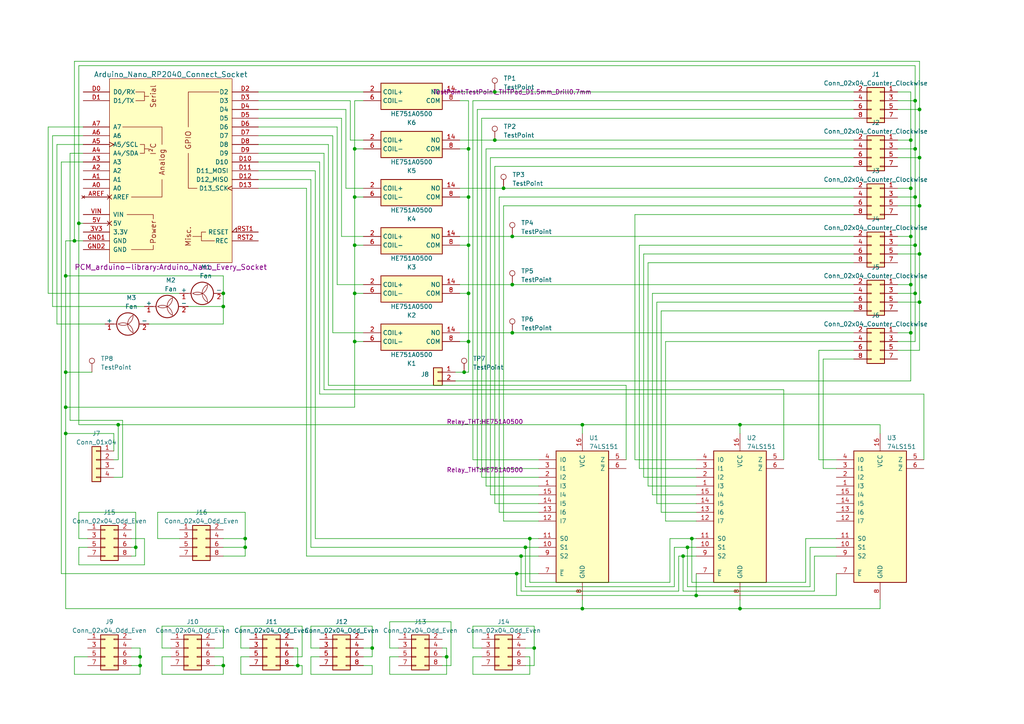
<source format=kicad_sch>
(kicad_sch (version 20230121) (generator eeschema)
  (paper "A4")
  (lib_symbols
    (symbol "74xx:74LS151" (pin_names (offset 1.016))
      (property "Reference" "U" (at -7.62 19.05 0))
      (property "Value" "74LS151" (at -7.62 -21.59 0))
      (symbol "74LS151_1_0"
        (pin input line (at -12.7 7.62 0) (length 5.08) (name "I3") (number "1"))
        (pin input line (at -12.7 -10.16 0) (length 5.08) (name "S1") (number "10"))
        (pin input line (at -12.7 -7.62 0) (length 5.08) (name "S0") (number "11"))
        (pin input line (at -12.7 -2.54 0) (length 5.08) (name "I7") (number "12"))
        (pin input line (at -12.7 0 0) (length 5.08) (name "I6") (number "13"))
        (pin input line (at -12.7 2.54 0) (length 5.08) (name "I5") (number "14"))
        (pin input line (at -12.7 5.08 0) (length 5.08) (name "I4") (number "15"))
        (pin power_in line (at 0 22.86 270) (length 5.08) (name "VCC") (number "16"))
        (pin input line (at -12.7 10.16 0) (length 5.08) (name "I2") (number "2"))
        (pin input line (at -12.7 12.7 0) (length 5.08) (name "I1") (number "3"))
        (pin input line (at -12.7 15.24 0) (length 5.08) (name "I0") (number "4"))
        (pin output line (at 12.7 15.24 180) (length 5.08) (name "Z") (number "5"))
        (pin output line (at 12.7 12.7 180) (length 5.08) (name "~{Z}") (number "6"))
        (pin input line (at -12.7 -17.78 0) (length 5.08) (name "~{E}") (number "7"))
        (pin power_in line (at 0 -25.4 90) (length 5.08) (name "GND") (number "8"))
        (pin input line (at -12.7 -12.7 0) (length 5.08) (name "S2") (number "9"))
      )
      (symbol "74LS151_1_1"
        (rectangle (start -7.62 17.78) (end 7.62 -20.32) (stroke (width 0.254)) (fill (type background)))
      )
    )
    (symbol "Connector:TestPoint" (pin_numbers hide) (pin_names (offset 0.762) hide)
      (property "Reference" "TP" (at 0 6.858 0))
      (property "Value" "TestPoint" (at 0 5.08 0))
      (symbol "TestPoint_0_1"
        (circle (center 0 3.302) (radius 0.762))
      )
      (symbol "TestPoint_1_1"
        (pin passive line (at 0 0 90) (length 2.54) (name "1") (number "1"))
      )
    )
    (symbol "Connector_Generic:Conn_01x02" (pin_names (offset 1.016) hide)
      (property "Reference" "J" (at 0 2.54 0))
      (property "Value" "Conn_01x02" (at 0 -5.08 0))
      (symbol "Conn_01x02_1_1"
        (rectangle (start -1.27 -2.413) (end 0 -2.667) (stroke (width 0.1524)))
        (rectangle (start -1.27 0.127) (end 0 -0.127) (stroke (width 0.1524)))
        (rectangle (start -1.27 1.27) (end 1.27 -3.81) (stroke (width 0.254)) (fill (type background)))
        (pin passive line (at -5.08 0 0) (length 3.81) (name "Pin_1") (number "1"))
        (pin passive line (at -5.08 -2.54 0) (length 3.81) (name "Pin_2") (number "2"))
      )
    )
    (symbol "Connector_Generic:Conn_01x04" (pin_names (offset 1.016) hide)
      (property "Reference" "J" (at 0 5.08 0))
      (property "Value" "Conn_01x04" (at 0 -7.62 0))
      (symbol "Conn_01x04_1_1"
        (rectangle (start -1.27 -4.953) (end 0 -5.207) (stroke (width 0.1524)))
        (rectangle (start -1.27 -2.413) (end 0 -2.667) (stroke (width 0.1524)))
        (rectangle (start -1.27 0.127) (end 0 -0.127) (stroke (width 0.1524)))
        (rectangle (start -1.27 2.667) (end 0 2.413) (stroke (width 0.1524)))
        (rectangle (start -1.27 3.81) (end 1.27 -6.35) (stroke (width 0.254)) (fill (type background)))
        (pin passive line (at -5.08 2.54 0) (length 3.81) (name "Pin_1") (number "1"))
        (pin passive line (at -5.08 0 0) (length 3.81) (name "Pin_2") (number "2"))
        (pin passive line (at -5.08 -2.54 0) (length 3.81) (name "Pin_3") (number "3"))
        (pin passive line (at -5.08 -5.08 0) (length 3.81) (name "Pin_4") (number "4"))
      )
    )
    (symbol "Connector_Generic:Conn_02x04_Odd_Even" (pin_names (offset 1.016) hide)
      (property "Reference" "J" (at 1.27 5.08 0))
      (property "Value" "Conn_02x04_Odd_Even" (at 1.27 -7.62 0))
      (symbol "Conn_02x04_Odd_Even_1_1"
        (rectangle (start -1.27 -4.953) (end 0 -5.207) (stroke (width 0.1524)))
        (rectangle (start -1.27 -2.413) (end 0 -2.667) (stroke (width 0.1524)))
        (rectangle (start -1.27 0.127) (end 0 -0.127) (stroke (width 0.1524)))
        (rectangle (start -1.27 2.667) (end 0 2.413) (stroke (width 0.1524)))
        (rectangle (start -1.27 3.81) (end 3.81 -6.35) (stroke (width 0.254)) (fill (type background)))
        (rectangle (start 3.81 -4.953) (end 2.54 -5.207) (stroke (width 0.1524)))
        (rectangle (start 3.81 -2.413) (end 2.54 -2.667) (stroke (width 0.1524)))
        (rectangle (start 3.81 0.127) (end 2.54 -0.127) (stroke (width 0.1524)))
        (rectangle (start 3.81 2.667) (end 2.54 2.413) (stroke (width 0.1524)))
        (pin passive line (at -5.08 2.54 0) (length 3.81) (name "Pin_1") (number "1"))
        (pin passive line (at 7.62 2.54 180) (length 3.81) (name "Pin_2") (number "2"))
        (pin passive line (at -5.08 0 0) (length 3.81) (name "Pin_3") (number "3"))
        (pin passive line (at 7.62 0 180) (length 3.81) (name "Pin_4") (number "4"))
        (pin passive line (at -5.08 -2.54 0) (length 3.81) (name "Pin_5") (number "5"))
        (pin passive line (at 7.62 -2.54 180) (length 3.81) (name "Pin_6") (number "6"))
        (pin passive line (at -5.08 -5.08 0) (length 3.81) (name "Pin_7") (number "7"))
        (pin passive line (at 7.62 -5.08 180) (length 3.81) (name "Pin_8") (number "8"))
      )
    )
    (symbol "Motor:Fan" (pin_names (offset 0))
      (property "Reference" "M" (at 2.54 5.08 0))
      (property "Value" "Fan" (at 2.54 -2.54 0))
      (symbol "Fan_0_1"
        (arc (start -2.54 -0.508) (mid 0.0028 0.9121) (end 0 3.81))
        (polyline (pts (xy 0 -5.08) (xy 0 -4.572)))
        (polyline (pts (xy 0 -2.2352) (xy 0 -2.6416)))
        (polyline (pts (xy 0 4.2672) (xy 0 4.6228)))
        (polyline (pts (xy 0 4.572) (xy 0 5.08)))
        (circle (center 0 1.016) (radius 3.2512) (stroke (width 0.254)))
        (arc (start 0 3.81) (mid 0.053 0.921) (end 2.54 -0.508))
        (arc (start 2.54 -0.508) (mid 0 1.0618) (end -2.54 -0.508))
      )
      (symbol "Fan_1_1"
        (pin passive line (at 0 7.62 270) (length 2.54) (name "+") (number "1"))
        (pin passive line (at 0 -5.08 90) (length 2.54) (name "-") (number "2"))
      )
    )
    (symbol "PCM_arduino-library:Arduino_Nano_RP2040_Connect_Socket" (pin_names (offset 1.016))
      (property "Value" "Arduino_Nano_RP2040_Connect_Socket" (at 0 27.94 0))
      (property "Footprint" "PCM_arduino-library:Arduino_Nano_Every_Socket" (at 0 -27.94 0))
      (symbol "Arduino_Nano_RP2040_Connect_Socket_0_0"
        (rectangle (start -17.78 26.67) (end 17.78 -26.67) (fill (type background)))
        (polyline (pts (xy -7.62 6.35) (xy -6.35 6.35)))
        (polyline (pts (xy -7.62 21.59) (xy -6.35 21.59)))
        (polyline (pts (xy 8.89 -19.05) (xy 6.35 -19.05)))
        (polyline (pts (xy -11.43 -22.86) (xy -5.08 -22.86) (xy -5.08 -21.59)))
        (polyline (pts (xy -5.08 -13.97) (xy -5.08 -12.7) (xy -12.7 -12.7)))
        (polyline (pts (xy -10.16 22.86) (xy -7.62 22.86) (xy -7.62 20.32) (xy -10.16 20.32)))
        (polyline (pts (xy -8.89 7.62) (xy -7.62 7.62) (xy -7.62 5.08) (xy -8.89 5.08)))
        (text "Analog" (at -2.54 2.54 900) (effects (font (size 1.524 1.524))))
        (text "I²C" (at -5.08 6.35 900) (effects (font (size 1.524 1.524))))
        (text "Misc." (at 5.08 -19.05 900) (effects (font (size 1.524 1.524))))
        (text "Power" (at -5.08 -17.78 900) (effects (font (size 1.524 1.524))))
        (text "Serial" (at -5.08 21.59 900) (effects (font (size 1.524 1.524))))
      )
      (symbol "Arduino_Nano_RP2040_Connect_Socket_0_1"
        (polyline (pts (xy -13.97 12.7) (xy -2.54 12.7) (xy -2.54 7.62)))
        (polyline (pts (xy -11.43 -7.62) (xy -2.54 -7.62) (xy -2.54 -2.54)))
        (polyline (pts (xy 7.62 -5.08) (xy 5.08 -5.08) (xy 5.08 5.08)))
        (polyline (pts (xy 13.97 22.86) (xy 5.08 22.86) (xy 5.08 12.7)))
        (polyline (pts (xy 10.16 -17.78) (xy 8.89 -17.78) (xy 8.89 -20.32) (xy 12.7 -20.32)))
      )
      (symbol "Arduino_Nano_RP2040_Connect_Socket_1_0"
        (text "GPIO" (at 5.08 8.89 900) (effects (font (size 1.524 1.524))))
      )
      (symbol "Arduino_Nano_RP2040_Connect_Socket_1_1"
        (pin power_in line (at -25.4 -17.78 0) (length 7.62) (name "3.3V") (number "3V3"))
        (pin power_out non_logic (at -25.4 -15.24 0) (length 7.62) (name "5V") (number "5V"))
        (pin bidirectional line (at -25.4 -5.08 0) (length 7.62) (name "A0") (number "A0"))
        (pin bidirectional line (at -25.4 -2.54 0) (length 7.62) (name "A1") (number "A1"))
        (pin bidirectional line (at -25.4 0 0) (length 7.62) (name "A2") (number "A2"))
        (pin bidirectional line (at -25.4 2.54 0) (length 7.62) (name "A3") (number "A3"))
        (pin bidirectional line (at -25.4 5.08 0) (length 7.62) (name "A4/SDA") (number "A4"))
        (pin bidirectional clock (at -25.4 7.62 0) (length 7.62) (name "A5/SCL") (number "A5"))
        (pin input line (at -25.4 10.16 0) (length 7.62) (name "A6") (number "A6"))
        (pin input line (at -25.4 12.7 0) (length 7.62) (name "A7") (number "A7"))
        (pin no_connect non_logic (at -25.4 -7.62 0) (length 7.62) (name "AREF") (number "AREF"))
        (pin bidirectional line (at -25.4 22.86 0) (length 7.62) (name "D0/RX") (number "D0"))
        (pin bidirectional line (at -25.4 20.32 0) (length 7.62) (name "D1/TX") (number "D1"))
        (pin bidirectional line (at 25.4 2.54 180) (length 7.62) (name "D10") (number "D10"))
        (pin bidirectional line (at 25.4 0 180) (length 7.62) (name "D11_MOSI") (number "D11"))
        (pin bidirectional line (at 25.4 -2.54 180) (length 7.62) (name "D12_MISO") (number "D12"))
        (pin bidirectional clock (at 25.4 -5.08 180) (length 7.62) (name "D13_SCK") (number "D13"))
        (pin bidirectional line (at 25.4 22.86 180) (length 7.62) (name "D2") (number "D2"))
        (pin bidirectional line (at 25.4 20.32 180) (length 7.62) (name "D3") (number "D3"))
        (pin bidirectional line (at 25.4 17.78 180) (length 7.62) (name "D4") (number "D4"))
        (pin bidirectional line (at 25.4 15.24 180) (length 7.62) (name "D5") (number "D5"))
        (pin bidirectional line (at 25.4 12.7 180) (length 7.62) (name "D6") (number "D6"))
        (pin bidirectional line (at 25.4 10.16 180) (length 7.62) (name "D7") (number "D7"))
        (pin bidirectional line (at 25.4 7.62 180) (length 7.62) (name "D8") (number "D8"))
        (pin bidirectional line (at 25.4 5.08 180) (length 7.62) (name "D9") (number "D9"))
        (pin power_in line (at -25.4 -20.32 0) (length 7.62) (name "GND") (number "GND1"))
        (pin power_in line (at -25.4 -22.86 0) (length 7.62) (name "GND") (number "GND2"))
        (pin open_collector input_low (at 25.4 -17.78 180) (length 7.62) (name "RESET") (number "RST1"))
        (pin bidirectional line (at 25.4 -20.32 180) (length 7.62) (name "REC") (number "RST2"))
        (pin power_in line (at -25.4 -12.7 0) (length 7.62) (name "VIN") (number "VIN"))
      )
    )
    (symbol "Relay:HE751A0500"
      (property "Reference" "K" (at 24.13 7.62 0))
      (property "Value" "HE751A0500" (at 24.13 5.08 0))
      (symbol "HE751A0500_1_1"
        (rectangle (start 5.08 2.54) (end 22.86 -5.08) (stroke (width 0.254)) (fill (type background)))
        (pin passive line (at 27.94 0 180) (length 5.08) (name "NO") (number "14"))
        (pin passive line (at 0 0 0) (length 5.08) (name "COIL+") (number "2"))
        (pin passive line (at 0 -2.54 0) (length 5.08) (name "COIL-") (number "6"))
        (pin passive line (at 27.94 -2.54 180) (length 5.08) (name "COM") (number "8"))
      )
    )
  )
  (junction (at 200.66 156.21))
  (junction (at 151.13 161.29))
  (junction (at 71.12 156.21))
  (junction (at 64.77 88.9))
  (junction (at 148.59 82.55))
  (junction (at 64.77 193.04))
  (junction (at 265.43 71.12))
  (junction (at 102.87 71.12))
  (junction (at 146.05 54.61))
  (junction (at 40.64 193.04))
  (junction (at 64.77 85.09))
  (junction (at 198.12 161.29))
  (junction (at 266.7 45.72))
  (junction (at 266.7 59.69))
  (junction (at 102.87 99.06))
  (junction (at 264.16 54.61))
  (junction (at 22.86 64.77))
  (junction (at 71.12 158.75))
  (junction (at 40.64 190.5))
  (junction (at 214.63 176.53))
  (junction (at 134.62 107.95))
  (junction (at 266.7 87.63))
  (junction (at 19.05 125.73))
  (junction (at 264.16 40.64))
  (junction (at 148.59 68.58))
  (junction (at 102.87 57.15))
  (junction (at 102.87 43.18))
  (junction (at 266.7 73.66))
  (junction (at 265.43 29.21))
  (junction (at 107.95 187.96))
  (junction (at 86.36 193.04))
  (junction (at 153.67 156.21))
  (junction (at 19.05 118.11))
  (junction (at 129.54 190.5))
  (junction (at 19.05 107.95))
  (junction (at 214.63 123.19))
  (junction (at 135.89 57.15))
  (junction (at 39.37 158.75))
  (junction (at 264.16 96.52))
  (junction (at 201.93 172.72))
  (junction (at 135.89 71.12))
  (junction (at 148.59 96.52))
  (junction (at 264.16 68.58))
  (junction (at 149.86 166.37))
  (junction (at 34.29 123.19))
  (junction (at 265.43 43.18))
  (junction (at 264.16 82.55))
  (junction (at 168.91 176.53))
  (junction (at 154.94 187.96))
  (junction (at 199.39 158.75))
  (junction (at 152.4 158.75))
  (junction (at 265.43 57.15))
  (junction (at 143.51 40.64))
  (junction (at 102.87 85.09))
  (junction (at 143.51 26.67))
  (junction (at 168.91 123.19))
  (junction (at 21.59 69.85))
  (junction (at 266.7 31.75))
  (junction (at 135.89 85.09))
  (junction (at 19.05 80.01))
  (junction (at 265.43 85.09))
  (junction (at 135.89 43.18))
  (junction (at 135.89 99.06))
  (wire (pts (xy 113.03 180.34) (xy 113.03 187.96)))
  (wire (pts (xy 139.7 34.29) (xy 139.7 138.43)))
  (wire (pts (xy 34.29 123.19) (xy 168.91 123.19)))
  (wire (pts (xy 71.12 156.21) (xy 71.12 158.75)))
  (wire (pts (xy 64.77 88.9) (xy 64.77 93.98)))
  (wire (pts (xy 195.58 158.75) (xy 199.39 158.75)))
  (wire (pts (xy 64.77 181.61) (xy 46.99 181.61)))
  (wire (pts (xy 22.86 123.19) (xy 34.29 123.19)))
  (wire (pts (xy 233.68 156.21) (xy 242.57 156.21)))
  (wire (pts (xy 148.59 82.55) (xy 247.65 82.55)))
  (wire (pts (xy 19.05 125.73) (xy 19.05 118.11)))
  (wire (pts (xy 85.09 187.96) (xy 86.36 187.96)))
  (wire (pts (xy 46.99 181.61) (xy 46.99 187.96)))
  (wire (pts (xy 151.13 161.29) (xy 151.13 171.45)))
  (wire (pts (xy 266.7 87.63) (xy 266.7 101.6)))
  (wire (pts (xy 74.93 36.83) (xy 97.79 36.83)))
  (wire (pts (xy 41.91 88.9) (xy 15.24 88.9)))
  (wire (pts (xy 143.51 146.05) (xy 156.21 146.05)))
  (wire (pts (xy 99.06 34.29) (xy 99.06 68.58)))
  (wire (pts (xy 266.7 31.75) (xy 266.7 17.78)))
  (wire (pts (xy 140.97 43.18) (xy 140.97 140.97)))
  (wire (pts (xy 90.17 187.96) (xy 92.71 187.96)))
  (wire (pts (xy 24.13 69.85) (xy 21.59 69.85)))
  (wire (pts (xy 153.67 156.21) (xy 91.44 156.21)))
  (wire (pts (xy 186.69 138.43) (xy 201.93 138.43)))
  (wire (pts (xy 129.54 190.5) (xy 129.54 187.96)))
  (wire (pts (xy 138.43 135.89) (xy 156.21 135.89)))
  (wire (pts (xy 113.03 195.58) (xy 129.54 195.58)))
  (wire (pts (xy 266.7 73.66) (xy 266.7 87.63)))
  (wire (pts (xy 200.66 168.91) (xy 233.68 168.91)))
  (wire (pts (xy 199.39 170.18) (xy 234.95 170.18)))
  (wire (pts (xy 95.25 41.91) (xy 74.93 41.91)))
  (wire (pts (xy 265.43 29.21) (xy 265.43 19.05)))
  (wire (pts (xy 201.93 172.72) (xy 149.86 172.72)))
  (wire (pts (xy 95.25 111.76) (xy 95.25 41.91)))
  (wire (pts (xy 135.89 85.09) (xy 135.89 71.12)))
  (wire (pts (xy 139.7 190.5) (xy 137.16 190.5)))
  (wire (pts (xy 21.59 69.85) (xy 19.05 69.85)))
  (wire (pts (xy 74.93 29.21) (xy 101.6 29.21)))
  (wire (pts (xy 19.05 176.53) (xy 19.05 125.73)))
  (wire (pts (xy 96.52 96.52) (xy 105.41 96.52)))
  (wire (pts (xy 86.36 187.96) (xy 86.36 193.04)))
  (wire (pts (xy 38.1 161.29) (xy 39.37 161.29)))
  (wire (pts (xy 247.65 29.21) (xy 137.16 29.21)))
  (wire (pts (xy 43.18 93.98) (xy 64.77 93.98)))
  (wire (pts (xy 85.09 193.04) (xy 86.36 193.04)))
  (wire (pts (xy 92.71 46.99) (xy 74.93 46.99)))
  (wire (pts (xy 233.68 168.91) (xy 233.68 156.21)))
  (wire (pts (xy 87.63 181.61) (xy 69.85 181.61)))
  (wire (pts (xy 137.16 133.35) (xy 156.21 133.35)))
  (wire (pts (xy 40.64 195.58) (xy 40.64 193.04)))
  (wire (pts (xy 247.65 101.6) (xy 237.49 101.6)))
  (wire (pts (xy 187.96 140.97) (xy 201.93 140.97)))
  (wire (pts (xy 196.85 161.29) (xy 198.12 161.29)))
  (wire (pts (xy 133.35 43.18) (xy 135.89 43.18)))
  (wire (pts (xy 143.51 40.64) (xy 247.65 40.64)))
  (wire (pts (xy 266.7 17.78) (xy 21.59 17.78)))
  (wire (pts (xy 140.97 140.97) (xy 156.21 140.97)))
  (wire (pts (xy 69.85 187.96) (xy 72.39 187.96)))
  (wire (pts (xy 74.93 39.37) (xy 96.52 39.37)))
  (wire (pts (xy 128.27 190.5) (xy 129.54 190.5)))
  (wire (pts (xy 255.27 123.19) (xy 214.63 123.19)))
  (wire (pts (xy 267.97 114.3) (xy 92.71 114.3)))
  (wire (pts (xy 133.35 57.15) (xy 135.89 57.15)))
  (wire (pts (xy 92.71 46.99) (xy 92.71 114.3)))
  (wire (pts (xy 33.02 133.35) (xy 34.29 133.35)))
  (wire (pts (xy 227.33 133.35) (xy 227.33 113.03)))
  (wire (pts (xy 90.17 52.07) (xy 74.93 52.07)))
  (wire (pts (xy 156.21 158.75) (xy 152.4 158.75)))
  (wire (pts (xy 113.03 190.5) (xy 113.03 195.58)))
  (wire (pts (xy 25.4 158.75) (xy 22.86 158.75)))
  (wire (pts (xy 133.35 96.52) (xy 148.59 96.52)))
  (wire (pts (xy 260.35 29.21) (xy 265.43 29.21)))
  (wire (pts (xy 40.64 190.5) (xy 40.64 187.96)))
  (wire (pts (xy 264.16 54.61) (xy 264.16 40.64)))
  (wire (pts (xy 86.36 193.04) (xy 87.63 193.04)))
  (wire (pts (xy 64.77 195.58) (xy 64.77 193.04)))
  (wire (pts (xy 247.65 87.63) (xy 190.5 87.63)))
  (wire (pts (xy 102.87 99.06) (xy 102.87 118.11)))
  (wire (pts (xy 74.93 26.67) (xy 105.41 26.67)))
  (wire (pts (xy 97.79 36.83) (xy 97.79 82.55)))
  (wire (pts (xy 181.61 111.76) (xy 95.25 111.76)))
  (wire (pts (xy 152.4 190.5) (xy 153.67 190.5)))
  (wire (pts (xy 247.65 71.12) (xy 185.42 71.12)))
  (wire (pts (xy 135.89 43.18) (xy 135.89 29.21)))
  (wire (pts (xy 20.32 121.92) (xy 35.56 121.92)))
  (wire (pts (xy 265.43 99.06) (xy 265.43 85.09)))
  (wire (pts (xy 113.03 187.96) (xy 115.57 187.96)))
  (wire (pts (xy 49.53 190.5) (xy 46.99 190.5)))
  (wire (pts (xy 260.35 71.12) (xy 265.43 71.12)))
  (wire (pts (xy 266.7 59.69) (xy 266.7 45.72)))
  (wire (pts (xy 133.35 99.06) (xy 135.89 99.06)))
  (wire (pts (xy 20.32 44.45) (xy 24.13 44.45)))
  (wire (pts (xy 34.29 133.35) (xy 34.29 123.19)))
  (wire (pts (xy 149.86 166.37) (xy 156.21 166.37)))
  (wire (pts (xy 102.87 43.18) (xy 102.87 57.15)))
  (wire (pts (xy 181.61 133.35) (xy 181.61 111.76)))
  (wire (pts (xy 260.35 99.06) (xy 265.43 99.06)))
  (wire (pts (xy 130.81 193.04) (xy 130.81 180.34)))
  (wire (pts (xy 19.05 69.85) (xy 19.05 80.01)))
  (wire (pts (xy 33.02 130.81) (xy 33.02 125.73)))
  (wire (pts (xy 133.35 85.09) (xy 135.89 85.09)))
  (wire (pts (xy 19.05 107.95) (xy 26.67 107.95)))
  (wire (pts (xy 19.05 107.95) (xy 19.05 118.11)))
  (wire (pts (xy 247.65 76.2) (xy 187.96 76.2)))
  (wire (pts (xy 135.89 29.21) (xy 133.35 29.21)))
  (wire (pts (xy 266.7 73.66) (xy 266.7 59.69)))
  (wire (pts (xy 16.51 93.98) (xy 30.48 93.98)))
  (wire (pts (xy 128.27 193.04) (xy 130.81 193.04)))
  (wire (pts (xy 102.87 71.12) (xy 105.41 71.12)))
  (wire (pts (xy 85.09 190.5) (xy 87.63 190.5)))
  (wire (pts (xy 99.06 68.58) (xy 105.41 68.58)))
  (wire (pts (xy 193.04 99.06) (xy 193.04 151.13)))
  (wire (pts (xy 144.78 57.15) (xy 144.78 148.59)))
  (wire (pts (xy 135.89 57.15) (xy 135.89 43.18)))
  (wire (pts (xy 90.17 195.58) (xy 107.95 195.58)))
  (wire (pts (xy 129.54 187.96) (xy 128.27 187.96)))
  (wire (pts (xy 264.16 96.52) (xy 264.16 82.55)))
  (wire (pts (xy 39.37 148.59) (xy 22.86 148.59)))
  (wire (pts (xy 255.27 125.73) (xy 255.27 123.19)))
  (wire (pts (xy 142.24 45.72) (xy 142.24 143.51)))
  (wire (pts (xy 266.7 45.72) (xy 266.7 31.75)))
  (wire (pts (xy 71.12 161.29) (xy 64.77 161.29)))
  (wire (pts (xy 148.59 96.52) (xy 247.65 96.52)))
  (wire (pts (xy 102.87 29.21) (xy 102.87 43.18)))
  (wire (pts (xy 105.41 193.04) (xy 107.95 193.04)))
  (wire (pts (xy 130.81 180.34) (xy 113.03 180.34)))
  (wire (pts (xy 21.59 190.5) (xy 21.59 195.58)))
  (wire (pts (xy 238.76 104.14) (xy 238.76 135.89)))
  (wire (pts (xy 265.43 57.15) (xy 265.43 43.18)))
  (wire (pts (xy 21.59 195.58) (xy 40.64 195.58)))
  (wire (pts (xy 264.16 26.67) (xy 260.35 26.67)))
  (wire (pts (xy 137.16 190.5) (xy 137.16 195.58)))
  (wire (pts (xy 45.72 156.21) (xy 45.72 148.59)))
  (wire (pts (xy 153.67 195.58) (xy 153.67 190.5)))
  (wire (pts (xy 64.77 193.04) (xy 64.77 190.5)))
  (wire (pts (xy 17.78 166.37) (xy 149.86 166.37)))
  (wire (pts (xy 200.66 156.21) (xy 200.66 168.91)))
  (wire (pts (xy 152.4 170.18) (xy 195.58 170.18)))
  (wire (pts (xy 255.27 176.53) (xy 255.27 173.99)))
  (wire (pts (xy 200.66 156.21) (xy 201.93 156.21)))
  (wire (pts (xy 71.12 148.59) (xy 71.12 156.21)))
  (wire (pts (xy 102.87 57.15) (xy 102.87 71.12)))
  (wire (pts (xy 247.65 57.15) (xy 144.78 57.15)))
  (wire (pts (xy 260.35 96.52) (xy 264.16 96.52)))
  (wire (pts (xy 168.91 176.53) (xy 19.05 176.53)))
  (wire (pts (xy 133.35 71.12) (xy 135.89 71.12)))
  (wire (pts (xy 102.87 43.18) (xy 105.41 43.18)))
  (wire (pts (xy 64.77 156.21) (xy 71.12 156.21)))
  (wire (pts (xy 247.65 45.72) (xy 142.24 45.72)))
  (wire (pts (xy 41.91 163.83) (xy 41.91 156.21)))
  (wire (pts (xy 146.05 59.69) (xy 146.05 151.13)))
  (wire (pts (xy 20.32 121.92) (xy 20.32 44.45)))
  (wire (pts (xy 260.35 40.64) (xy 264.16 40.64)))
  (wire (pts (xy 135.89 71.12) (xy 135.89 57.15)))
  (wire (pts (xy 133.35 40.64) (xy 143.51 40.64)))
  (wire (pts (xy 152.4 187.96) (xy 154.94 187.96)))
  (wire (pts (xy 264.16 68.58) (xy 264.16 54.61)))
  (wire (pts (xy 260.35 85.09) (xy 265.43 85.09)))
  (wire (pts (xy 214.63 176.53) (xy 168.91 176.53)))
  (wire (pts (xy 260.35 68.58) (xy 264.16 68.58)))
  (wire (pts (xy 242.57 166.37) (xy 242.57 172.72)))
  (wire (pts (xy 184.15 62.23) (xy 184.15 133.35)))
  (wire (pts (xy 190.5 146.05) (xy 201.93 146.05)))
  (wire (pts (xy 13.97 85.09) (xy 13.97 36.83)))
  (wire (pts (xy 255.27 176.53) (xy 214.63 176.53)))
  (wire (pts (xy 16.51 93.98) (xy 16.51 41.91)))
  (wire (pts (xy 41.91 156.21) (xy 38.1 156.21)))
  (wire (pts (xy 237.49 133.35) (xy 242.57 133.35)))
  (wire (pts (xy 227.33 113.03) (xy 93.98 113.03)))
  (wire (pts (xy 199.39 158.75) (xy 201.93 158.75)))
  (wire (pts (xy 139.7 138.43) (xy 156.21 138.43)))
  (wire (pts (xy 260.35 59.69) (xy 266.7 59.69)))
  (wire (pts (xy 260.35 87.63) (xy 266.7 87.63)))
  (wire (pts (xy 35.56 138.43) (xy 33.02 138.43)))
  (wire (pts (xy 260.35 45.72) (xy 266.7 45.72)))
  (wire (pts (xy 168.91 123.19) (xy 168.91 125.73)))
  (wire (pts (xy 143.51 26.67) (xy 247.65 26.67)))
  (wire (pts (xy 144.78 148.59) (xy 156.21 148.59)))
  (wire (pts (xy 25.4 190.5) (xy 21.59 190.5)))
  (wire (pts (xy 19.05 80.01) (xy 64.77 80.01)))
  (wire (pts (xy 90.17 190.5) (xy 90.17 195.58)))
  (wire (pts (xy 46.99 190.5) (xy 46.99 195.58)))
  (wire (pts (xy 247.65 48.26) (xy 143.51 48.26)))
  (wire (pts (xy 242.57 172.72) (xy 201.93 172.72)))
  (wire (pts (xy 154.94 187.96) (xy 154.94 193.04)))
  (wire (pts (xy 33.02 125.73) (xy 19.05 125.73)))
  (wire (pts (xy 102.87 85.09) (xy 102.87 99.06)))
  (wire (pts (xy 134.62 107.95) (xy 135.89 107.95)))
  (wire (pts (xy 264.16 40.64) (xy 264.16 26.67)))
  (wire (pts (xy 214.63 173.99) (xy 214.63 176.53)))
  (wire (pts (xy 265.43 19.05) (xy 22.86 19.05)))
  (wire (pts (xy 267.97 133.35) (xy 267.97 114.3)))
  (wire (pts (xy 88.9 54.61) (xy 74.93 54.61)))
  (wire (pts (xy 38.1 193.04) (xy 40.64 193.04)))
  (wire (pts (xy 265.43 43.18) (xy 265.43 29.21)))
  (wire (pts (xy 237.49 101.6) (xy 237.49 133.35)))
  (wire (pts (xy 102.87 57.15) (xy 105.41 57.15)))
  (wire (pts (xy 40.64 187.96) (xy 38.1 187.96)))
  (wire (pts (xy 260.35 82.55) (xy 264.16 82.55)))
  (wire (pts (xy 102.87 85.09) (xy 105.41 85.09)))
  (wire (pts (xy 74.93 34.29) (xy 99.06 34.29)))
  (wire (pts (xy 185.42 71.12) (xy 185.42 135.89)))
  (wire (pts (xy 247.65 99.06) (xy 193.04 99.06)))
  (wire (pts (xy 149.86 172.72) (xy 149.86 166.37)))
  (wire (pts (xy 143.51 48.26) (xy 143.51 146.05)))
  (wire (pts (xy 15.24 88.9) (xy 15.24 39.37)))
  (wire (pts (xy 15.24 39.37) (xy 24.13 39.37)))
  (wire (pts (xy 198.12 161.29) (xy 198.12 171.45)))
  (wire (pts (xy 107.95 193.04) (xy 107.95 195.58)))
  (wire (pts (xy 22.86 158.75) (xy 22.86 163.83)))
  (wire (pts (xy 186.69 73.66) (xy 186.69 138.43)))
  (wire (pts (xy 154.94 181.61) (xy 137.16 181.61)))
  (wire (pts (xy 189.23 85.09) (xy 189.23 143.51)))
  (wire (pts (xy 236.22 161.29) (xy 242.57 161.29)))
  (wire (pts (xy 151.13 171.45) (xy 196.85 171.45)))
  (wire (pts (xy 142.24 143.51) (xy 156.21 143.51)))
  (wire (pts (xy 102.87 71.12) (xy 102.87 85.09)))
  (wire (pts (xy 189.23 143.51) (xy 201.93 143.51)))
  (wire (pts (xy 129.54 195.58) (xy 129.54 190.5)))
  (wire (pts (xy 214.63 123.19) (xy 168.91 123.19)))
  (wire (pts (xy 265.43 85.09) (xy 265.43 71.12)))
  (wire (pts (xy 35.56 121.92) (xy 35.56 138.43)))
  (wire (pts (xy 264.16 110.49) (xy 264.16 96.52)))
  (wire (pts (xy 101.6 40.64) (xy 105.41 40.64)))
  (wire (pts (xy 105.41 187.96) (xy 107.95 187.96)))
  (wire (pts (xy 133.35 26.67) (xy 143.51 26.67)))
  (wire (pts (xy 191.77 90.17) (xy 191.77 148.59)))
  (wire (pts (xy 137.16 195.58) (xy 153.67 195.58)))
  (wire (pts (xy 102.87 118.11) (xy 19.05 118.11)))
  (wire (pts (xy 236.22 171.45) (xy 236.22 161.29)))
  (wire (pts (xy 198.12 171.45) (xy 236.22 171.45)))
  (wire (pts (xy 69.85 195.58) (xy 87.63 195.58)))
  (wire (pts (xy 133.35 68.58) (xy 148.59 68.58)))
  (wire (pts (xy 156.21 161.29) (xy 151.13 161.29)))
  (wire (pts (xy 191.77 148.59) (xy 201.93 148.59)))
  (wire (pts (xy 148.59 68.58) (xy 247.65 68.58)))
  (wire (pts (xy 40.64 193.04) (xy 40.64 190.5)))
  (wire (pts (xy 87.63 195.58) (xy 87.63 193.04)))
  (wire (pts (xy 247.65 104.14) (xy 238.76 104.14)))
  (wire (pts (xy 152.4 158.75) (xy 90.17 158.75)))
  (wire (pts (xy 38.1 158.75) (xy 39.37 158.75)))
  (wire (pts (xy 96.52 39.37) (xy 96.52 96.52)))
  (wire (pts (xy 234.95 158.75) (xy 242.57 158.75)))
  (wire (pts (xy 238.76 135.89) (xy 242.57 135.89)))
  (wire (pts (xy 187.96 76.2) (xy 187.96 140.97)))
  (wire (pts (xy 115.57 190.5) (xy 113.03 190.5)))
  (wire (pts (xy 64.77 158.75) (xy 71.12 158.75)))
  (wire (pts (xy 133.35 54.61) (xy 146.05 54.61)))
  (wire (pts (xy 247.65 90.17) (xy 191.77 90.17)))
  (wire (pts (xy 152.4 158.75) (xy 152.4 170.18)))
  (wire (pts (xy 156.21 156.21) (xy 153.67 156.21)))
  (wire (pts (xy 135.89 99.06) (xy 135.89 85.09)))
  (wire (pts (xy 22.86 19.05) (xy 22.86 64.77)))
  (wire (pts (xy 69.85 190.5) (xy 69.85 195.58)))
  (wire (pts (xy 260.35 73.66) (xy 266.7 73.66)))
  (wire (pts (xy 91.44 49.53) (xy 74.93 49.53)))
  (wire (pts (xy 193.04 151.13) (xy 201.93 151.13)))
  (wire (pts (xy 247.65 43.18) (xy 140.97 43.18)))
  (wire (pts (xy 260.35 31.75) (xy 266.7 31.75)))
  (wire (pts (xy 247.65 59.69) (xy 146.05 59.69)))
  (wire (pts (xy 62.23 187.96) (xy 64.77 187.96)))
  (wire (pts (xy 17.78 46.99) (xy 24.13 46.99)))
  (wire (pts (xy 184.15 133.35) (xy 201.93 133.35)))
  (wire (pts (xy 64.77 187.96) (xy 64.77 181.61)))
  (wire (pts (xy 101.6 29.21) (xy 101.6 40.64)))
  (wire (pts (xy 69.85 181.61) (xy 69.85 187.96)))
  (wire (pts (xy 22.86 64.77) (xy 24.13 64.77)))
  (wire (pts (xy 17.78 166.37) (xy 17.78 46.99)))
  (wire (pts (xy 22.86 148.59) (xy 22.86 156.21)))
  (wire (pts (xy 105.41 29.21) (xy 102.87 29.21)))
  (wire (pts (xy 38.1 190.5) (xy 40.64 190.5)))
  (wire (pts (xy 264.16 82.55) (xy 264.16 68.58)))
  (wire (pts (xy 100.33 54.61) (xy 105.41 54.61)))
  (wire (pts (xy 46.99 195.58) (xy 64.77 195.58)))
  (wire (pts (xy 260.35 43.18) (xy 265.43 43.18)))
  (wire (pts (xy 45.72 148.59) (xy 71.12 148.59)))
  (wire (pts (xy 92.71 190.5) (xy 90.17 190.5)))
  (wire (pts (xy 265.43 71.12) (xy 265.43 57.15)))
  (wire (pts (xy 260.35 101.6) (xy 266.7 101.6)))
  (wire (pts (xy 185.42 135.89) (xy 201.93 135.89)))
  (wire (pts (xy 214.63 123.19) (xy 214.63 125.73)))
  (wire (pts (xy 90.17 181.61) (xy 90.17 187.96)))
  (wire (pts (xy 16.51 41.91) (xy 24.13 41.91)))
  (wire (pts (xy 39.37 158.75) (xy 39.37 148.59)))
  (wire (pts (xy 52.07 156.21) (xy 45.72 156.21)))
  (wire (pts (xy 64.77 80.01) (xy 64.77 85.09)))
  (wire (pts (xy 64.77 85.09) (xy 64.77 88.9)))
  (wire (pts (xy 234.95 170.18) (xy 234.95 158.75)))
  (wire (pts (xy 71.12 158.75) (xy 71.12 161.29)))
  (wire (pts (xy 93.98 44.45) (xy 74.93 44.45)))
  (wire (pts (xy 39.37 158.75) (xy 39.37 161.29)))
  (wire (pts (xy 100.33 31.75) (xy 100.33 54.61)))
  (wire (pts (xy 52.07 85.09) (xy 13.97 85.09)))
  (wire (pts (xy 87.63 181.61) (xy 87.63 190.5)))
  (wire (pts (xy 195.58 170.18) (xy 195.58 158.75)))
  (wire (pts (xy 22.86 64.77) (xy 22.86 123.19)))
  (wire (pts (xy 199.39 158.75) (xy 199.39 170.18)))
  (wire (pts (xy 146.05 54.61) (xy 247.65 54.61)))
  (wire (pts (xy 153.67 156.21) (xy 153.67 168.91)))
  (wire (pts (xy 194.31 168.91) (xy 194.31 156.21)))
  (wire (pts (xy 107.95 187.96) (xy 107.95 190.5)))
  (wire (pts (xy 88.9 161.29) (xy 88.9 54.61)))
  (wire (pts (xy 137.16 187.96) (xy 139.7 187.96)))
  (wire (pts (xy 137.16 29.21) (xy 137.16 133.35)))
  (wire (pts (xy 201.93 166.37) (xy 201.93 172.72)))
  (wire (pts (xy 138.43 31.75) (xy 138.43 135.89)))
  (wire (pts (xy 90.17 158.75) (xy 90.17 52.07)))
  (wire (pts (xy 54.61 88.9) (xy 64.77 88.9)))
  (wire (pts (xy 260.35 54.61) (xy 264.16 54.61)))
  (wire (pts (xy 151.13 161.29) (xy 88.9 161.29)))
  (wire (pts (xy 93.98 113.03) (xy 93.98 44.45)))
  (wire (pts (xy 152.4 193.04) (xy 154.94 193.04)))
  (wire (pts (xy 13.97 36.83) (xy 24.13 36.83)))
  (wire (pts (xy 198.12 161.29) (xy 201.93 161.29)))
  (wire (pts (xy 168.91 176.53) (xy 168.91 173.99)))
  (wire (pts (xy 74.93 31.75) (xy 100.33 31.75)))
  (wire (pts (xy 105.41 190.5) (xy 107.95 190.5)))
  (wire (pts (xy 196.85 171.45) (xy 196.85 161.29)))
  (wire (pts (xy 132.08 110.49) (xy 264.16 110.49)))
  (wire (pts (xy 21.59 17.78) (xy 21.59 69.85)))
  (wire (pts (xy 133.35 82.55) (xy 148.59 82.55)))
  (wire (pts (xy 194.31 156.21) (xy 200.66 156.21)))
  (wire (pts (xy 247.65 34.29) (xy 139.7 34.29)))
  (wire (pts (xy 22.86 156.21) (xy 25.4 156.21)))
  (wire (pts (xy 46.99 187.96) (xy 49.53 187.96)))
  (wire (pts (xy 22.86 163.83) (xy 41.91 163.83)))
  (wire (pts (xy 19.05 80.01) (xy 19.05 107.95)))
  (wire (pts (xy 135.89 107.95) (xy 135.89 99.06)))
  (wire (pts (xy 260.35 57.15) (xy 265.43 57.15)))
  (wire (pts (xy 91.44 156.21) (xy 91.44 49.53)))
  (wire (pts (xy 72.39 190.5) (xy 69.85 190.5)))
  (wire (pts (xy 62.23 190.5) (xy 64.77 190.5)))
  (wire (pts (xy 247.65 62.23) (xy 184.15 62.23)))
  (wire (pts (xy 247.65 73.66) (xy 186.69 73.66)))
  (wire (pts (xy 107.95 181.61) (xy 90.17 181.61)))
  (wire (pts (xy 146.05 151.13) (xy 156.21 151.13)))
  (wire (pts (xy 102.87 99.06) (xy 105.41 99.06)))
  (wire (pts (xy 132.08 107.95) (xy 134.62 107.95)))
  (wire (pts (xy 62.23 193.04) (xy 64.77 193.04)))
  (wire (pts (xy 107.95 181.61) (xy 107.95 187.96)))
  (wire (pts (xy 137.16 181.61) (xy 137.16 187.96)))
  (wire (pts (xy 247.65 85.09) (xy 189.23 85.09)))
  (wire (pts (xy 247.65 31.75) (xy 138.43 31.75)))
  (wire (pts (xy 153.67 168.91) (xy 194.31 168.91)))
  (wire (pts (xy 190.5 87.63) (xy 190.5 146.05)))
  (wire (pts (xy 97.79 82.55) (xy 105.41 82.55)))
  (wire (pts (xy 154.94 187.96) (xy 154.94 181.61)))
  (symbol (lib_id "Connector_Generic:Conn_02x04_Odd_Even") (at 54.61 187.96 0) (unit 1)
    (property "Reference" "J10" (at 55.88 180.34 0))
    (property "Value" "Conn_02x04_Odd_Even" (at 55.88 182.88 0))
    (property "Footprint" "Connector_PinHeader_2.54mm:PinHeader_2x04_P2.54mm_Vertical" (effects hide))
  )
  (symbol (lib_id "PCM_arduino-library:Arduino_Nano_RP2040_Connect_Socket") (at 49.53 49.53 0) (unit 1)
    (property "Reference" "XA1" (effects hide))
    (property "Value" "Arduino_Nano_RP2040_Connect_Socket" (at 49.53 21.59 0) (effects (font (size 1.524 1.524))))
    (property "Footprint" "PCM_arduino-library:Arduino_Nano_Every_Socket" (at 49.53 77.47 0) (effects (font (size 1.524 1.524))))
    (property "Datasheet" "https://docs.arduino.cc/hardware/nano-rp2040-connect" (effects hide))
  )
  (symbol (lib_id "Connector_Generic:Conn_02x04_Odd_Even") (at 255.27 29.21 0) (mirror y) (unit 1)
    (property "Reference" "J1" (at 254 21.59 0))
    (property "Value" "Conn_02x04_Counter_Clockwise" (at 254 24.13 0))
    (property "Footprint" "Connector_PinSocket_2.54mm:PinSocket_2x04_P2.54mm_Vertical" (effects hide))
  )
  (symbol (lib_id "Relay:HE751A0500") (at 105.41 54.61 0) (unit 1)
    (property "Reference" "K4" (at 119.38 63.5 0))
    (property "Value" "HE751A0500" (at 119.38 60.96 0))
    (property "Footprint" "Relay_THT:HE751A0500" (effects hide))
    (property "Datasheet" "http://www.littelfuse.com/~/media/electronics/datasheets/reed_relays/littelfuse_reed_relays_he700_datasheet.pdf.pdf" (effects hide))
    (property "Height" "5.5" (effects hide))
    (property "Manufacturer_Name" "LITTELFUSE" (effects hide))
    (property "Manufacturer_Part_Number" "HE751A0500" (effects hide))
    (property "Mouser Part Number" "934-HE751A0500" (effects hide))
    (property "Mouser Price/Stock" "https://www.mouser.co.uk/ProductDetail/Littelfuse/HE751A0500?qs=X8LBAgEWIKJ0mfCrCKJVRA%3D%3D" (effects hide))
    (property "Arrow Part Number" "HE751A0500" (effects hide))
    (property "Arrow Price/Stock" "https://www.arrow.com/en/products/he751a0500/littelfuse" (effects hide))
  )
  (symbol (lib_id "Relay:HE751A0500") (at 105.41 96.52 0) (unit 1)
    (property "Reference" "K1" (at 119.38 105.41 0))
    (property "Value" "HE751A0500" (at 119.38 102.87 0))
    (property "Footprint" "Relay_THT:HE751A0500" (effects hide))
    (property "Datasheet" "http://www.littelfuse.com/~/media/electronics/datasheets/reed_relays/littelfuse_reed_relays_he700_datasheet.pdf.pdf" (effects hide))
    (property "Height" "5.5" (effects hide))
    (property "Manufacturer_Name" "LITTELFUSE" (effects hide))
    (property "Manufacturer_Part_Number" "HE751A0500" (effects hide))
    (property "Mouser Part Number" "934-HE751A0500" (effects hide))
    (property "Mouser Price/Stock" "https://www.mouser.co.uk/ProductDetail/Littelfuse/HE751A0500?qs=X8LBAgEWIKJ0mfCrCKJVRA%3D%3D" (effects hide))
    (property "Arrow Part Number" "HE751A0500" (effects hide))
    (property "Arrow Price/Stock" "https://www.arrow.com/en/products/he751a0500/littelfuse" (effects hide))
  )
  (symbol (lib_id "74xx:74LS151") (at 255.27 148.59 0) (unit 1)
    (property "Reference" "U3" (at 257.2259 127 0) (effects (justify left)))
    (property "Value" "74LS151" (at 257.2259 129.54 0) (effects (justify left)))
    (property "Footprint" "Package_DIP:DIP-16_W10.16mm" (effects hide))
    (property "Datasheet" "http://www.ti.com/lit/gpn/sn74LS151" (effects hide))
  )
  (symbol (lib_id "Connector_Generic:Conn_02x04_Odd_Even") (at 144.78 187.96 0) (unit 1)
    (property "Reference" "J14" (at 146.05 180.34 0))
    (property "Value" "Conn_02x04_Odd_Even" (at 146.05 182.88 0))
    (property "Footprint" "Connector_PinHeader_2.54mm:PinHeader_2x04_P2.54mm_Vertical" (effects hide))
  )
  (symbol (lib_id "Connector_Generic:Conn_02x04_Odd_Even") (at 30.48 187.96 0) (unit 1)
    (property "Reference" "J9" (at 31.75 180.34 0))
    (property "Value" "Conn_02x04_Odd_Even" (at 31.75 182.88 0))
    (property "Footprint" "Connector_PinHeader_2.54mm:PinHeader_2x04_P2.54mm_Vertical" (effects hide))
  )
  (symbol (lib_id "Relay:HE751A0500") (at 105.41 82.55 0) (unit 1)
    (property "Reference" "K2" (at 119.38 91.44 0))
    (property "Value" "HE751A0500" (at 119.38 88.9 0))
    (property "Footprint" "Relay_THT:HE751A0500" (effects hide))
    (property "Datasheet" "http://www.littelfuse.com/~/media/electronics/datasheets/reed_relays/littelfuse_reed_relays_he700_datasheet.pdf.pdf" (effects hide))
    (property "Height" "5.5" (effects hide))
    (property "Manufacturer_Name" "LITTELFUSE" (effects hide))
    (property "Manufacturer_Part_Number" "HE751A0500" (effects hide))
    (property "Mouser Part Number" "934-HE751A0500" (effects hide))
    (property "Mouser Price/Stock" "https://www.mouser.co.uk/ProductDetail/Littelfuse/HE751A0500?qs=X8LBAgEWIKJ0mfCrCKJVRA%3D%3D" (effects hide))
    (property "Arrow Part Number" "HE751A0500" (effects hide))
    (property "Arrow Price/Stock" "https://www.arrow.com/en/products/he751a0500/littelfuse" (effects hide))
  )
  (symbol (lib_id "Connector_Generic:Conn_02x04_Odd_Even") (at 57.15 156.21 0) (unit 1)
    (property "Reference" "J16" (at 58.42 148.59 0))
    (property "Value" "Conn_02x04_Odd_Even" (at 58.42 151.13 0))
    (property "Footprint" "Connector_PinHeader_2.54mm:PinHeader_2x04_P2.54mm_Vertical" (effects hide))
  )
  (symbol (lib_id "Connector_Generic:Conn_02x04_Odd_Even") (at 30.48 156.21 0) (unit 1)
    (property "Reference" "J15" (at 31.75 148.59 0))
    (property "Value" "Conn_02x04_Odd_Even" (at 31.75 151.13 0))
    (property "Footprint" "Connector_PinHeader_2.54mm:PinHeader_2x04_P2.54mm_Vertical" (effects hide))
  )
  (symbol (lib_id "Connector_Generic:Conn_02x04_Odd_Even") (at 255.27 99.06 0) (mirror y) (unit 1)
    (property "Reference" "J6" (at 254 91.44 0))
    (property "Value" "Conn_02x04_Counter_Clockwise" (at 254 93.98 0))
    (property "Footprint" "Connector_PinSocket_2.54mm:PinSocket_2x04_P2.54mm_Vertical" (effects hide))
  )
  (symbol (lib_id "Connector_Generic:Conn_01x02") (at 127 107.95 0) (mirror y) (unit 1)
    (property "Reference" "J8" (at 124.46 108.585 0) (effects (justify left)))
    (property "Value" "Conn_01x02" (effects hide))
    (property "Footprint" "Connector_PinHeader_2.00mm:PinHeader_1x02_P2.00mm_Vertical" (effects hide))
  )
  (symbol (lib_id "Relay:HE751A0500") (at 105.41 40.64 0) (unit 1)
    (property "Reference" "K5" (at 119.38 49.53 0))
    (property "Value" "HE751A0500" (at 119.38 46.99 0))
    (property "Footprint" "Relay_THT:HE751A0500" (at 129.54 135.56 0) (effects (justify left top)))
    (property "Datasheet" "http://www.littelfuse.com/~/media/electronics/datasheets/reed_relays/littelfuse_reed_relays_he700_datasheet.pdf.pdf" (effects hide))
    (property "Height" "5.5" (effects hide))
    (property "Manufacturer_Name" "LITTELFUSE" (effects hide))
    (property "Manufacturer_Part_Number" "HE751A0500" (effects hide))
    (property "Mouser Part Number" "934-HE751A0500" (effects hide))
    (property "Mouser Price/Stock" "https://www.mouser.co.uk/ProductDetail/Littelfuse/HE751A0500?qs=X8LBAgEWIKJ0mfCrCKJVRA%3D%3D" (effects hide))
    (property "Arrow Part Number" "HE751A0500" (effects hide))
    (property "Arrow Price/Stock" "https://www.arrow.com/en/products/he751a0500/littelfuse" (effects hide))
  )
  (symbol (lib_id "74xx:74LS151") (at 214.63 148.59 0) (unit 1)
    (property "Reference" "U2" (at 216.5859 127 0) (effects (justify left)))
    (property "Value" "74LS151" (at 216.5859 129.54 0) (effects (justify left)))
    (property "Footprint" "Package_DIP:DIP-16_W10.16mm" (effects hide))
    (property "Datasheet" "http://www.ti.com/lit/gpn/sn74LS151" (effects hide))
  )
  (symbol (lib_id "Connector_Generic:Conn_02x04_Odd_Even") (at 120.65 187.96 0) (unit 1)
    (property "Reference" "J13" (at 121.92 180.34 0))
    (property "Value" "Conn_02x04_Odd_Even" (at 121.92 182.88 0))
    (property "Footprint" "Connector_PinHeader_2.54mm:PinHeader_2x04_P2.54mm_Vertical" (effects hide))
  )
  (symbol (lib_id "Connector_Generic:Conn_02x04_Odd_Even") (at 97.79 187.96 0) (unit 1)
    (property "Reference" "J12" (at 99.06 180.34 0))
    (property "Value" "Conn_02x04_Odd_Even" (at 99.06 182.88 0))
    (property "Footprint" "Connector_PinHeader_2.54mm:PinHeader_2x04_P2.54mm_Vertical" (effects hide))
  )
  (symbol (lib_id "Connector:TestPoint") (at 134.62 107.95 0) (unit 1)
    (property "Reference" "TP7" (at 137.16 104.013 0) (effects (justify left)))
    (property "Value" "TestPoint" (at 137.16 106.553 0) (effects (justify left)))
    (property "Footprint" "TestPoint:TestPoint_THTPad_D1.5mm_Drill0.7mm" (effects hide))
  )
  (symbol (lib_id "Relay:HE751A0500") (at 105.41 68.58 0) (unit 1)
    (property "Reference" "K3" (at 119.38 77.47 0))
    (property "Value" "HE751A0500" (at 119.38 74.93 0))
    (property "Footprint" "Relay_THT:HE751A0500" (effects hide))
    (property "Datasheet" "http://www.littelfuse.com/~/media/electronics/datasheets/reed_relays/littelfuse_reed_relays_he700_datasheet.pdf.pdf" (effects hide))
    (property "Height" "5.5" (effects hide))
    (property "Manufacturer_Name" "LITTELFUSE" (effects hide))
    (property "Manufacturer_Part_Number" "HE751A0500" (effects hide))
    (property "Mouser Part Number" "934-HE751A0500" (effects hide))
    (property "Mouser Price/Stock" "https://www.mouser.co.uk/ProductDetail/Littelfuse/HE751A0500?qs=X8LBAgEWIKJ0mfCrCKJVRA%3D%3D" (effects hide))
    (property "Arrow Part Number" "HE751A0500" (effects hide))
    (property "Arrow Price/Stock" "https://www.arrow.com/en/products/he751a0500/littelfuse" (effects hide))
  )
  (symbol (lib_id "Connector_Generic:Conn_02x04_Odd_Even") (at 255.27 71.12 0) (mirror y) (unit 1)
    (property "Reference" "J4" (at 254 63.5 0))
    (property "Value" "Conn_02x04_Counter_Clockwise" (at 254 66.04 0))
    (property "Footprint" "Connector_PinSocket_2.54mm:PinSocket_2x04_P2.54mm_Vertical" (effects hide))
  )
  (symbol (lib_id "Connector:TestPoint") (at 146.05 54.61 0) (unit 1)
    (property "Reference" "TP3" (at 148.59 50.673 0) (effects (justify left)))
    (property "Value" "TestPoint" (at 148.59 53.213 0) (effects (justify left)))
    (property "Footprint" "TestPoint:TestPoint_THTPad_D1.5mm_Drill0.7mm" (effects hide))
  )
  (symbol (lib_id "Motor:Fan") (at 49.53 88.9 90) (mirror x) (unit 1)
    (property "Reference" "M2" (at 49.53 81.28 90))
    (property "Value" "Fan" (at 49.53 83.82 90))
    (property "Footprint" "Connector_PinHeader_2.00mm:PinHeader_1x02_P2.00mm_Vertical" (effects hide))
  )
  (symbol (lib_id "Connector:TestPoint") (at 26.67 107.95 0) (unit 1)
    (property "Reference" "TP8" (at 29.21 104.013 0) (effects (justify left)))
    (property "Value" "TestPoint" (at 29.21 106.553 0) (effects (justify left)))
    (property "Footprint" "TestPoint:TestPoint_THTPad_D1.5mm_Drill0.7mm" (effects hide))
  )
  (symbol (lib_id "Connector_Generic:Conn_02x04_Odd_Even") (at 255.27 57.15 0) (mirror y) (unit 1)
    (property "Reference" "J3" (at 254 49.53 0))
    (property "Value" "Conn_02x04_Counter_Clockwise" (at 254 52.07 0))
    (property "Footprint" "Connector_PinSocket_2.54mm:PinSocket_2x04_P2.54mm_Vertical" (effects hide))
  )
  (symbol (lib_id "Connector:TestPoint") (at 143.51 26.67 0) (unit 1)
    (property "Reference" "TP1" (at 146.05 22.733 0) (effects (justify left)))
    (property "Value" "TestPoint" (at 146.05 25.273 0) (effects (justify left)))
    (property "Footprint" "TestPoint:TestPoint_THTPad_D1.5mm_Drill0.7mm" (at 148.59 26.67 0))
  )
  (symbol (lib_id "Connector_Generic:Conn_01x04") (at 27.94 133.35 0) (mirror y) (unit 1)
    (property "Reference" "J7" (at 27.94 125.73 0))
    (property "Value" "Conn_01x04" (at 27.94 128.27 0))
    (property "Footprint" "Connector_PinHeader_2.00mm:PinHeader_1x04_P2.00mm_Vertical" (effects hide))
  )
  (symbol (lib_id "Connector_Generic:Conn_02x04_Odd_Even") (at 255.27 43.18 0) (mirror y) (unit 1)
    (property "Reference" "J2" (at 254 35.56 0))
    (property "Value" "Conn_02x04_Counter_Clockwise" (at 254 38.1 0))
    (property "Footprint" "Connector_PinSocket_2.54mm:PinSocket_2x04_P2.54mm_Vertical" (effects hide))
  )
  (symbol (lib_id "Connector:TestPoint") (at 143.51 40.64 0) (unit 1)
    (property "Reference" "TP2" (at 146.05 36.703 0) (effects (justify left)))
    (property "Value" "TestPoint" (at 146.05 39.243 0) (effects (justify left)))
    (property "Footprint" "TestPoint:TestPoint_THTPad_D1.5mm_Drill0.7mm" (effects hide))
  )
  (symbol (lib_id "Connector:TestPoint") (at 148.59 68.58 0) (unit 1)
    (property "Reference" "TP4" (at 151.13 64.643 0) (effects (justify left)))
    (property "Value" "TestPoint" (at 151.13 67.183 0) (effects (justify left)))
    (property "Footprint" "TestPoint:TestPoint_THTPad_D1.5mm_Drill0.7mm" (effects hide))
  )
  (symbol (lib_id "Connector_Generic:Conn_02x04_Odd_Even") (at 77.47 187.96 0) (unit 1)
    (property "Reference" "J11" (at 78.74 180.34 0))
    (property "Value" "Conn_02x04_Odd_Even" (at 78.74 182.88 0))
    (property "Footprint" "Connector_PinHeader_2.54mm:PinHeader_2x04_P2.54mm_Vertical" (effects hide))
  )
  (symbol (lib_id "Connector_Generic:Conn_02x04_Odd_Even") (at 255.27 85.09 0) (mirror y) (unit 1)
    (property "Reference" "J5" (at 254 77.47 0))
    (property "Value" "Conn_02x04_Counter_Clockwise" (at 254 80.01 0))
    (property "Footprint" "Connector_PinSocket_2.54mm:PinSocket_2x04_P2.54mm_Vertical" (effects hide))
  )
  (symbol (lib_id "Connector:TestPoint") (at 148.59 82.55 0) (unit 1)
    (property "Reference" "TP5" (at 151.13 78.613 0) (effects (justify left)))
    (property "Value" "TestPoint" (at 151.13 81.153 0) (effects (justify left)))
    (property "Footprint" "TestPoint:TestPoint_THTPad_D1.5mm_Drill0.7mm" (effects hide))
  )
  (symbol (lib_id "Relay:HE751A0500") (at 105.41 26.67 0) (unit 1)
    (property "Reference" "K6" (at 119.38 35.56 0))
    (property "Value" "HE751A0500" (at 119.38 33.02 0))
    (property "Footprint" "Relay_THT:HE751A0500" (at 129.54 121.59 0) (effects (justify left top)))
    (property "Datasheet" "http://www.littelfuse.com/~/media/electronics/datasheets/reed_relays/littelfuse_reed_relays_he700_datasheet.pdf.pdf" (effects hide))
    (property "Height" "5.5" (effects hide))
    (property "Manufacturer_Name" "LITTELFUSE" (effects hide))
    (property "Manufacturer_Part_Number" "HE751A0500" (effects hide))
    (property "Mouser Part Number" "934-HE751A0500" (effects hide))
    (property "Mouser Price/Stock" "https://www.mouser.co.uk/ProductDetail/Littelfuse/HE751A0500?qs=X8LBAgEWIKJ0mfCrCKJVRA%3D%3D" (effects hide))
    (property "Arrow Part Number" "HE751A0500" (effects hide))
    (property "Arrow Price/Stock" "https://www.arrow.com/en/products/he751a0500/littelfuse" (effects hide))
  )
  (symbol (lib_id "Motor:Fan") (at 38.1 93.98 90) (mirror x) (unit 1)
    (property "Reference" "M3" (at 38.1 86.36 90))
    (property "Value" "Fan" (at 38.1 88.9 90))
    (property "Footprint" "Connector_PinHeader_2.00mm:PinHeader_1x02_P2.00mm_Vertical" (effects hide))
  )
  (symbol (lib_id "Motor:Fan") (at 59.69 85.09 90) (mirror x) (unit 1)
    (property "Reference" "M1" (at 59.69 77.47 90))
    (property "Value" "Fan" (at 59.69 80.01 90))
    (property "Footprint" "Connector_PinHeader_2.00mm:PinHeader_1x02_P2.00mm_Vertical" (effects hide))
  )
  (symbol (lib_id "Connector:TestPoint") (at 148.59 96.52 0) (unit 1)
    (property "Reference" "TP6" (at 151.13 92.583 0) (effects (justify left)))
    (property "Value" "TestPoint" (at 151.13 95.123 0) (effects (justify left)))
    (property "Footprint" "TestPoint:TestPoint_THTPad_D1.5mm_Drill0.7mm" (effects hide))
  )
  (symbol (lib_id "74xx:74LS151") (at 168.91 148.59 0) (unit 1)
    (property "Reference" "U1" (at 170.8659 127 0) (effects (justify left)))
    (property "Value" "74LS151" (at 170.8659 129.54 0) (effects (justify left)))
    (property "Footprint" "Package_DIP:DIP-16_W10.16mm" (effects hide))
    (property "Datasheet" "http://www.ti.com/lit/gpn/sn74LS151" (effects hide))
  )
)
</source>
